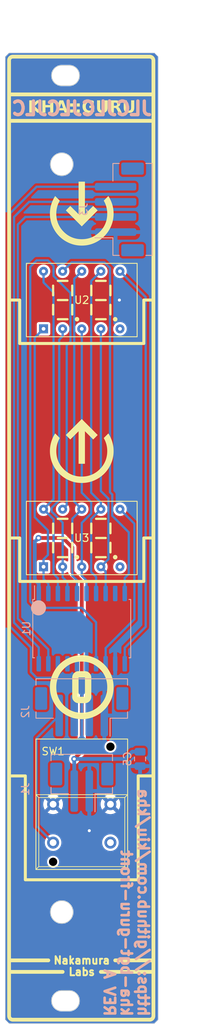
<source format=kicad_pcb>
(kicad_pcb (version 20221018) (generator pcbnew)
  (layers (0 "F.Cu" signal) (31 "B.Cu" signal) (34 "B.Paste" user) (35 "F.Paste" user) (36 "B.SilkS" user "B.Silkscreen") (37 "F.SilkS" user "F.Silkscreen") (38 "B.Mask" user) (39 "F.Mask" user) (44 "Edge.Cuts" user))
  (net 0 "")
  (net 1 "GND")
  (net 2 "CS")
  (net 3 "SCK")
  (net 4 "MOSI")
  (net 5 "+5V")
  (net 7 "S1")
  (net 8 "S2")
  (net 9 "S3")
  (net 10 "S4")
  (net 11 "S5")
  (net 12 "S6")
  (net 13 "S7")
  (net 14 "S8")
  (net 15 "G6")
  (net 16 "G5")
  (net 17 "G4")
  (net 18 "G3")
  (net 19 "G2")
  (net 20 "G1")
  (net 25 "Net-(J2-Pin_4)")
  (footprint "kiu-footprints:SLR028" (layer "F.Cu") (at 70 56.5)
    (fp_text reference "U2" (at 0 0) (layer "F.SilkS"))
    (fp_text value "Double Digit")
    (pad "1" thru_hole rect (at -5.08 3.81 90) (size 1.2 1.2) (drill 0.5) (layers "*.Cu" "*.Mask") (net 7 "S1"))
    (pad "2" thru_hole circle (at -2.54 3.81 90) (size 1.2 1.2) (drill 0.5) (layers "*.Cu" "*.Mask") (net 9 "S3"))
    (pad "3" thru_hole circle (at 0 3.81 90) (size 1.2 1.2) (drill 0.5) (layers "*.Cu" "*.Mask") (net 11 "S5"))
    (pad "4" thru_hole circle (at 2.54 3.81 90) (size 1.2 1.2) (drill 0.5) (layers "*.Cu" "*.Mask") (net 13 "S7"))
    (pad "5" thru_hole circle (at 5.08 3.81 90) (size 1.2 1.2) (drill 0.5) (layers "*.Cu" "*.Mask"))
    (pad "6" thru_hole circle (at 5.08 -3.81 90) (size 1.2 1.2) (drill 0.5) (layers "*.Cu" "*.Mask") (net 16 "G5"))
    (pad "7" thru_hole circle (at 2.54 -3.81 90) (size 1.2 1.2) (drill 0.5) (layers "*.Cu" "*.Mask") (net 12 "S6"))
    (pad "8" thru_hole circle (at 0 -3.81 90) (size 1.2 1.2) (drill 0.5) (layers "*.Cu" "*.Mask") (net 10 "S4"))
    (pad "9" thru_hole circle (at -2.54 -3.81 90) (size 1.2 1.2) (drill 0.5) (layers "*.Cu" "*.Mask") (net 15 "G6"))
    (pad "10" thru_hole circle (at -5.08 -3.81 90) (size 1.2 1.2) (drill 0.5) (layers "*.Cu" "*.Mask") (net 8 "S2"))
  )
  (footprint "kiu-footprints:SLR028" (layer "F.Cu") (at 70 88)
    (fp_text reference "U3" (at 0 0) (layer "F.SilkS"))
    (fp_text value "Double Digit")
    (pad "1" thru_hole rect (at -5.08 3.81 90) (size 1.2 1.2) (drill 0.5) (layers "*.Cu" "*.Mask") (net 7 "S1"))
    (pad "2" thru_hole circle (at -2.54 3.81 90) (size 1.2 1.2) (drill 0.5) (layers "*.Cu" "*.Mask") (net 9 "S3"))
    (pad "3" thru_hole circle (at 0 3.81 90) (size 1.2 1.2) (drill 0.5) (layers "*.Cu" "*.Mask") (net 11 "S5"))
    (pad "4" thru_hole circle (at 2.54 3.81 90) (size 1.2 1.2) (drill 0.5) (layers "*.Cu" "*.Mask") (net 13 "S7"))
    (pad "5" thru_hole circle (at 5.08 3.81 90) (size 1.2 1.2) (drill 0.5) (layers "*.Cu" "*.Mask"))
    (pad "6" thru_hole circle (at 5.08 -3.81 90) (size 1.2 1.2) (drill 0.5) (layers "*.Cu" "*.Mask") (net 17 "G4"))
    (pad "7" thru_hole circle (at 2.54 -3.81 90) (size 1.2 1.2) (drill 0.5) (layers "*.Cu" "*.Mask") (net 12 "S6"))
    (pad "8" thru_hole circle (at 0 -3.81 90) (size 1.2 1.2) (drill 0.5) (layers "*.Cu" "*.Mask") (net 10 "S4"))
    (pad "9" thru_hole circle (at -2.54 -3.81 90) (size 1.2 1.2) (drill 0.5) (layers "*.Cu" "*.Mask") (net 18 "G3"))
    (pad "10" thru_hole circle (at -5.08 -3.81 90) (size 1.2 1.2) (drill 0.5) (layers "*.Cu" "*.Mask") (net 8 "S2"))
  )
  (footprint "kiu-footprints:PB86" (layer "F.Cu") (at 66.19 123.25)
    (fp_text reference "SW1" (at 0 -7) (layer "F.SilkS"))
    (fp_text value "SW_SPDT")
    (pad "" np_thru_hole circle (at 0 7.62) (size 1.2 1.2) (drill 1.1) (layers "*.Mask"))
    (pad "" np_thru_hole circle (at 7.62 -7.62) (size 1.2 1.2) (drill 1.1) (layers "*.Mask"))
    (pad "1" thru_hole circle (at 7.62 5.08) (size 1.6 1.6) (drill 0.9) (layers "*.Cu" "*.Mask"))
    (pad "2" thru_hole circle (at 0 0) (size 1.6 1.6) (drill 0.9) (layers "*.Cu" "*.Mask") (net 1 "GND"))
    (pad "2" thru_hole circle (at 7.62 0) (size 1.6 1.6) (drill 0.9) (layers "*.Cu" "*.Mask") (net 1 "GND"))
    (pad "3" thru_hole circle (at 0 5.08) (size 1.6 1.6) (drill 0.9) (layers "*.Cu" "*.Mask") (net 25 "Net-(J2-Pin_4)"))
  )
  (footprint "Connector_JST:JST_PH_B4B-PH-SM4-TB_1x04-1MP_P2.00mm_Vertical" (layer "B.Cu") (at 70 111 180)
    (fp_text reference "J2" (at 7.5 0 90) (layer "B.SilkS") (effects (justify mirror)))
    (fp_text value "Conn_01x04")
    (pad "1" smd roundrect (at -3 -0.5 180) (size 1 5.5) (layers "B.Cu" "B.Paste" "B.Mask") (net 1 "GND"))
    (pad "2" smd roundrect (at -1 -0.5 180) (size 1 5.5) (layers "B.Cu" "B.Paste" "B.Mask"))
    (pad "3" smd roundrect (at 1 -0.5 180) (size 1 5.5) (layers "B.Cu" "B.Paste" "B.Mask"))
    (pad "4" smd roundrect (at 3 -0.5 180) (size 1 5.5) (layers "B.Cu" "B.Paste" "B.Mask") (net 25 "Net-(J2-Pin_4)"))
    (pad "MP" smd roundrect (at -5.4 1.75 180) (size 1.6 3) (layers "B.Cu" "B.Paste" "B.Mask") (roundrect_rratio 0.15625))
    (pad "MP" smd roundrect (at 5.4 1.75 180) (size 1.6 3) (layers "B.Cu" "B.Paste" "B.Mask") (roundrect_rratio 0.15625))
  )
  (footprint "Capacitor_SMD:C_0805_2012Metric" (layer "B.Cu") (at 77.75 117.25 -90)
    (fp_text reference "C5" (at 0 1.68 90) (layer "B.SilkS") (effects (justify mirror)))
    (fp_text value "100nF")
    (pad "1" smd roundrect (at -0.95 0 270) (size 1 1.45) (layers "B.Cu" "B.Paste" "B.Mask") (net 5 "+5V"))
    (pad "2" smd roundrect (at 0.95 0 270) (size 1 1.45) (layers "B.Cu" "B.Paste" "B.Mask") (net 1 "GND"))
  )
  (footprint "Package_SO:SOIC-20W_7.5x12.8mm_P1.27mm" (layer "B.Cu") (at 70 100 -90)
    (fp_text reference "U1" (at 0 7.35 90) (layer "B.SilkS") (effects (justify mirror)))
    (fp_text value "TM1620_[C19579]")
    (pad "1" smd roundrect (at -4.65 5.715 270) (size 2.05 0.6) (layers "B.Cu" "B.Paste" "B.Mask") (net 5 "+5V"))
    (pad "2" smd roundrect (at -4.65 4.445 270) (size 2.05 0.6) (layers "B.Cu" "B.Paste" "B.Mask") (net 7 "S1"))
    (pad "3" smd roundrect (at -4.65 3.175 270) (size 2.05 0.6) (layers "B.Cu" "B.Paste" "B.Mask") (net 8 "S2"))
    (pad "4" smd roundrect (at -4.65 1.905 270) (size 2.05 0.6) (layers "B.Cu" "B.Paste" "B.Mask") (net 9 "S3"))
    (pad "5" smd roundrect (at -4.65 0.635 270) (size 2.05 0.6) (layers "B.Cu" "B.Paste" "B.Mask") (net 10 "S4"))
    (pad "6" smd roundrect (at -4.65 -0.635 270) (size 2.05 0.6) (layers "B.Cu" "B.Paste" "B.Mask") (net 11 "S5"))
    (pad "7" smd roundrect (at -4.65 -1.905 270) (size 2.05 0.6) (layers "B.Cu" "B.Paste" "B.Mask") (net 12 "S6"))
    (pad "8" smd roundrect (at -4.65 -3.175 270) (size 2.05 0.6) (layers "B.Cu" "B.Paste" "B.Mask") (net 13 "S7"))
    (pad "9" smd roundrect (at -4.65 -4.445 270) (size 2.05 0.6) (layers "B.Cu" "B.Paste" "B.Mask") (net 14 "S8"))
    (pad "10" smd roundrect (at -4.65 -5.715 270) (size 2.05 0.6) (layers "B.Cu" "B.Paste" "B.Mask") (net 15 "G6"))
    (pad "11" smd roundrect (at 4.65 -5.715 270) (size 2.05 0.6) (layers "B.Cu" "B.Paste" "B.Mask") (net 16 "G5"))
    (pad "12" smd roundrect (at 4.65 -4.445 270) (size 2.05 0.6) (layers "B.Cu" "B.Paste" "B.Mask") (net 1 "GND"))
    (pad "13" smd roundrect (at 4.65 -3.175 270) (size 2.05 0.6) (layers "B.Cu" "B.Paste" "B.Mask") (net 17 "G4"))
    (pad "14" smd roundrect (at 4.65 -1.905 270) (size 2.05 0.6) (layers "B.Cu" "B.Paste" "B.Mask") (net 18 "G3"))
    (pad "15" smd roundrect (at 4.65 -0.635 270) (size 2.05 0.6) (layers "B.Cu" "B.Paste" "B.Mask") (net 1 "GND"))
    (pad "16" smd roundrect (at 4.65 0.635 270) (size 2.05 0.6) (layers "B.Cu" "B.Paste" "B.Mask") (net 19 "G2"))
    (pad "17" smd roundrect (at 4.65 1.905 270) (size 2.05 0.6) (layers "B.Cu" "B.Paste" "B.Mask") (net 20 "G1"))
    (pad "18" smd roundrect (at 4.65 3.175 270) (size 2.05 0.6) (layers "B.Cu" "B.Paste" "B.Mask") (net 4 "MOSI"))
    (pad "19" smd roundrect (at 4.65 4.445 270) (size 2.05 0.6) (layers "B.Cu" "B.Paste" "B.Mask") (net 3 "SCK"))
    (pad "20" smd roundrect (at 4.65 5.715 270) (size 2.05 0.6) (layers "B.Cu" "B.Paste" "B.Mask") (net 2 "CS"))
  )
  (footprint "Connector_JST:JST_PH_B4B-PH-SM4-TB_1x04-1MP_P2.00mm_Vertical" (layer "B.Cu") (at 75 44.5 90)
    (fp_text reference "J3" (at 0 -4.75 270) (layer "B.SilkS") (effects (justify mirror)))
    (fp_text value "Conn_01x04")
    (pad "1" smd roundrect (at -3 -0.5 90) (size 1 5.5) (layers "B.Cu" "B.Paste" "B.Mask") (net 1 "GND"))
    (pad "2" smd roundrect (at -1 -0.5 90) (size 1 5.5) (layers "B.Cu" "B.Paste" "B.Mask") (net 3 "SCK"))
    (pad "3" smd roundrect (at 1 -0.5 90) (size 1 5.5) (layers "B.Cu" "B.Paste" "B.Mask") (net 2 "CS"))
    (pad "4" smd roundrect (at 3 -0.5 90) (size 1 5.5) (layers "B.Cu" "B.Paste" "B.Mask") (net 4 "MOSI"))
    (pad "MP" smd roundrect (at -5.4 1.75 90) (size 1.6 3) (layers "B.Cu" "B.Paste" "B.Mask") (roundrect_rratio 0.15625))
    (pad "MP" smd roundrect (at 5.4 1.75 90) (size 1.6 3) (layers "B.Cu" "B.Paste" "B.Mask") (roundrect_rratio 0.15625))
  )
  (footprint "Connector_JST:JST_PH_B2B-PH-SM4-TB_1x02-1MP_P2.00mm_Vertical" (layer "B.Cu") (at 70 121 180)
    (fp_text reference "J1" (at 7.5 -0.25 90) (layer "B.SilkS") (effects (justify mirror)))
    (fp_text value "Conn_01x02")
    (pad "1" smd roundrect (at -1 -0.5 180) (size 1 5.5) (layers "B.Cu" "B.Paste" "B.Mask") (net 1 "GND"))
    (pad "2" smd roundrect (at 1 -0.5 180) (size 1 5.5) (layers "B.Cu" "B.Paste" "B.Mask") (net 5 "+5V"))
    (pad "MP" smd roundrect (at -3.4 1.75 180) (size 1.6 3) (layers "B.Cu" "B.Paste" "B.Mask") (roundrect_rratio 0.15625))
    (pad "MP" smd roundrect (at 3.4 1.75 180) (size 1.6 3) (layers "B.Cu" "B.Paste" "B.Mask") (roundrect_rratio 0.15625))
  )
  (gr_circle (center 64.25 97.25) (end 64.250001 97.25) (stroke (width 1)) (fill none) (layer "B.SilkS"))
  (gr_poly (pts (xy 70.466597 105.634305) (xy 70.509075 105.637219) (xy 70.550767 105.642077) (xy 70.591674 105.648877) (xy 70.631796 105.657621) (xy 70.671132 105.668308) (xy 70.709683 105.680937) (xy 70.747448 105.69551) (xy 70.784427 105.712026) (xy 70.820621 105.730485) (xy 70.85603 105.750887) (xy 70.890653 105.773232) (xy 70.924491 105.797519) (xy 70.957543 105.82375) (xy 70.98981 105.851924) (xy 71.021291 105.882041) (xy 71.051408 105.913523) (xy 71.079582 105.94579) (xy 71.105813 105.978842) (xy 71.130101 106.01268) (xy 71.152446 106.047303) (xy 71.172848 106.082711) (xy 71.191307 106.118906) (xy 71.207823 106.155885) (xy 71.222395 106.19365) (xy 71.235025 106.232201) (xy 71.245712 106.271537) (xy 71.254455 106.311659) (xy 71.261256 106.352566) (xy 71.266114 106.394258) (xy 71.269028 106.436736) (xy 71.27 106.48) (xy 71.27 109.02) (xy 71.269028 109.063263) (xy 71.266114 109.105741) (xy 71.261256 109.147434) (xy 71.254455 109.188341) (xy 71.245712 109.228463) (xy 71.235025 109.267799) (xy 71.222395 109.306349) (xy 71.207823 109.344115) (xy 71.191307 109.381094) (xy 71.172848 109.417289) (xy 71.152446 109.452697) (xy 71.130101 109.487321) (xy 71.105813 109.521158) (xy 71.079582 109.55421) (xy 71.051408 109.586477) (xy 71.021291 109.617958) (xy 70.98981 109.648075) (xy 70.957543 109.676249) (xy 70.924491 109.70248) (xy 70.890653 109.726768) (xy 70.85603 109.749113) (xy 70.820621 109.769515) (xy 70.784427 109.787974) (xy 70.747448 109.804489) (xy 70.709683 109.819062) (xy 70.671132 109.831692) (xy 70.631796 109.842379) (xy 70.591674 109.851122) (xy 70.550767 109.857923) (xy 70.509075 109.862781) (xy 70.466597 109.865695) (xy 70.423333 109.866667) (xy 69.576667 109.866667) (xy 69.533403 109.865695) (xy 69.490925 109.862781) (xy 69.449232 109.857923) (xy 69.408325 109.851122) (xy 69.368204 109.842379) (xy 69.328868 109.831692) (xy 69.290317 109.819062) (xy 69.252552 109.804489) (xy 69.215572 109.787974) (xy 69.179378 109.769515) (xy 69.143969 109.749113) (xy 69.109346 109.726768) (xy 69.075508 109.70248) (xy 69.042456 109.676249) (xy 69.010189 109.648075) (xy 68.978708 109.617958) (xy 68.948591 109.586477) (xy 68.920417 109.55421) (xy 68.894186 109.521158) (xy 68.869898 109.487321) (xy 68.847553 109.452697) (xy 68.827152 109.417289) (xy 68.808693 109.381094) (xy 68.792177 109.344115) (xy 68.777604 109.306349) (xy 68.764974 109.267799) (xy 68.754288 109.228463) (xy 68.745544 109.188341) (xy 68.738744 109.147434) (xy 68.733886 109.105741) (xy 68.730971 109.063263) (xy 68.73 109.02) (xy 68.73 106.48) (xy 69.576667 106.48) (xy 69.576667 109.02) (xy 70.423333 109.02) (xy 70.423333 106.48) (xy 69.576667 106.48) (xy 68.73 106.48) (xy 68.730971 106.436736) (xy 68.733886 106.394258) (xy 68.738744 106.352566) (xy 68.745544 106.311659) (xy 68.754288 106.271537) (xy 68.764974 106.232201) (xy 68.777604 106.19365) (xy 68.792177 106.155885) (xy 68.808693 106.118906) (xy 68.827152 106.082711) (xy 68.847553 106.047303) (xy 68.869898 106.01268) (xy 68.894186 105.978842) (xy 68.920417 105.94579) (xy 68.948591 105.913523) (xy 68.978708 105.882041) (xy 69.010189 105.851924) (xy 69.042456 105.82375) (xy 69.075508 105.797519) (xy 69.109346 105.773232) (xy 69.143969 105.750887) (xy 69.179378 105.730485) (xy 69.215572 105.712026) (xy 69.252552 105.69551) (xy 69.290317 105.680937) (xy 69.328868 105.668308) (xy 69.368204 105.657621) (xy 69.408325 105.648877) (xy 69.449232 105.642077) (xy 69.490925 105.637219) (xy 69.533403 105.634305) (xy 69.576667 105.633333) (xy 70.423333 105.633333)) (fill solid) (layer "F.SilkS"))
  (gr_line (start 78.25 56.5) (end 78.25 62.25) (stroke (width 0.4)) (layer "F.SilkS"))
  (gr_line (start 77.5 119.5) (end 77.5 133.25) (stroke (width 0.4)) (layer "F.SilkS"))
  (gr_line (start 79.5 88) (end 78.25 88) (stroke (width 0.4)) (layer "F.SilkS"))
  (gr_arc (start 79.525 151.275001) (mid 79.378553 151.628554) (end 79.025 151.775001) (stroke (width 0.5)) (layer "F.SilkS"))
  (gr_line (start 67.46 145.441) (end 60.348 145.441) (stroke (width 0.5)) (layer "F.SilkS"))
  (gr_line (start 61.75 88) (end 61.75 93.75) (stroke (width 0.4)) (layer "F.SilkS"))
  (gr_line (start 65.555 143.917) (end 60.348 143.917) (stroke (width 0.5)) (layer "F.SilkS"))
  (gr_line (start 79.525 24.774999) (end 79.525 151.275001) (stroke (width 0.5)) (layer "F.SilkS"))
  (gr_poly (pts (xy 67.883333 44.633333) (xy 68.476 44.040666) (xy 69.576667 45.130749) (xy 69.576667 40.823333) (xy 70.423333 40.823333) (xy 70.423333 45.130749) (xy 71.524 44.040666) (xy 72.116667 44.633333) (xy 70 46.75)) (fill solid) (layer "F.SilkS"))
  (gr_line (start 79.525 143.917) (end 74.445 143.917) (stroke (width 0.5)) (layer "F.SilkS"))
  (gr_line (start 79.5 56.5) (end 78.25 56.5) (stroke (width 0.4)) (layer "F.SilkS"))
  (gr_line (start 78.25 88) (end 78.25 93.75) (stroke (width 0.4)) (layer "F.SilkS"))
  (gr_poly (pts (xy 69.576667 73.86925) (xy 68.476 74.959333) (xy 67.883333 74.366666) (xy 70 72.25) (xy 72.116667 74.366666) (xy 71.524 74.959333) (xy 70.423333 73.86925) (xy 70.423333 78.176667) (xy 69.576667 78.176667)) (fill solid) (layer "F.SilkS"))
  (gr_arc (start 60.340001 24.774999) (mid 60.486448 24.421447) (end 60.84 24.275) (stroke (width 0.5)) (layer "F.SilkS"))
  (gr_line (start 79.5 119.5) (end 77.5 119.5) (stroke (width 0.4)) (layer "F.SilkS"))
  (gr_line (start 78.25 62.25) (end 61.75 62.25) (stroke (width 0.4)) (layer "F.SilkS"))
  (gr_line (start 60.34 151.275) (end 60.34 24.775) (stroke (width 0.5)) (layer "F.SilkS"))
  (gr_line (start 77.5 133.25) (end 62.5 133.25) (stroke (width 0.4)) (layer "F.SilkS"))
  (gr_line (start 78.25 93.75) (end 61.75 93.75) (stroke (width 0.4)) (layer "F.SilkS"))
  (gr_poly (pts (xy 69.890611 49.288697) (xy 69.78205 49.28479) (xy 69.674315 49.278279) (xy 69.567407 49.269163) (xy 69.461325 49.257443) (xy 69.356071 49.243119) (xy 69.251643 49.226189) (xy 69.148042 49.206656) (xy 69.045268 49.184517) (xy 68.943321 49.159775) (xy 68.8422 49.132428) (xy 68.741907 49.102476) (xy 68.64244 49.06992) (xy 68.5438 49.034759) (xy 68.445987 48.996994) (xy 68.349 48.956624) (xy 68.253213 48.914022) (xy 68.158996 48.86956) (xy 68.066351 48.823237) (xy 67.975276 48.775054) (xy 67.885773 48.725011) (xy 67.79784 48.673107) (xy 67.711478 48.619343) (xy 67.626688 48.563718) (xy 67.543468 48.506233) (xy 67.461819 48.446888) (xy 67.381741 48.385683) (xy 67.303234 48.322617) (xy 67.226299 48.25769) (xy 67.150934 48.190904) (xy 67.07714 48.122257) (xy 67.004917 48.05175) (xy 66.93441 47.979527) (xy 66.865763 47.905733) (xy 66.798976 47.830368) (xy 66.73405 47.753432) (xy 66.670984 47.674925) (xy 66.609778 47.594847) (xy 66.550433 47.513198) (xy 66.492948 47.429979) (xy 66.437324 47.345188) (xy 66.38356 47.258826) (xy 66.331656 47.170894) (xy 66.281612 47.08139) (xy 66.233429 46.990316) (xy 66.187106 46.89767) (xy 66.142644 46.803454) (xy 66.100042 46.707666) (xy 66.059672 46.61068) (xy 66.021907 46.512867) (xy 65.986746 46.414227) (xy 65.95419 46.31476) (xy 65.924239 46.214466) (xy 65.896892 46.113346) (xy 65.872149 46.011398) (xy 65.850011 45.908624) (xy 65.830477 45.805023) (xy 65.813548 45.700596) (xy 65.799223 45.595341) (xy 65.787503 45.48926) (xy 65.778387 45.382352) (xy 65.771876 45.274617) (xy 65.767969 45.166055) (xy 65.766667 45.056666) (xy 65.769478 44.901058) (xy 65.777912 44.746442) (xy 65.791968 44.592818) (xy 65.811646 44.440187) (xy 65.836947 44.288548) (xy 65.86787 44.137901) (xy 65.904416 43.988246) (xy 65.946584 43.839583) (xy 65.994044 43.692574) (xy 66.046464 43.54788) (xy 66.103845 43.405501) (xy 66.166188 43.265437) (xy 66.233491 43.127688) (xy 66.305756 42.992255) (xy 66.382981 42.859136) (xy 66.465167 42.728333) (xy 67.079001 43.342166) (xy 67.022611 43.440723) (xy 66.96986 43.540603) (xy 66.920747 43.641806) (xy 66.875271 43.744332) (xy 66.833434 43.848181) (xy 66.795235 43.953353) (xy 66.760674 44.059848) (xy 66.729751 44.167666) (xy 66.702465 44.276476) (xy 66.678818 44.385948) (xy 66.658809 44.496081) (xy 66.642438 44.606875) (xy 66.629705 44.71833) (xy 66.62061 44.830448) (xy 66.615153 44.943226) (xy 66.613334 45.056666) (xy 66.617178 45.232242) (xy 66.628712 45.404428) (xy 66.647936 45.573224) (xy 66.674849 45.73863) (xy 66.709452 45.900646) (xy 66.751744 46.059272) (xy 66.801725 46.214508) (xy 66.859396 46.366354) (xy 66.924756 46.51481) (xy 66.997806 46.659876) (xy 67.078545 46.801552) (xy 67.166974 46.939838) (xy 67.263092 47.074734) (xy 67.3669 47.20624) (xy 67.478397 47.334356) (xy 67.597583 47.459083) (xy 67.72231 47.578269) (xy 67.850426 47.689766) (xy 67.981932 47.793574) (xy 68.116828 47.889692) (xy 68.255115 47.978121) (xy 68.396791 48.05886) (xy 68.541857 48.13191) (xy 68.690313 48.19727) (xy 68.842159 48.254941) (xy 68.997395 48.304923) (xy 69.156021 48.347215) (xy 69.318037 48.381817) (xy 69.483443 48.40873) (xy 69.652238 48.427954) (xy 69.824424 48.439488) (xy 70 48.443333) (xy 70.175576 48.439488) (xy 70.347762 48.427954) (xy 70.516558 48.40873) (xy 70.681964 48.381817) (xy 70.84398 48.347215) (xy 71.002606 48.304923) (xy 71.157842 48.254941) (xy 71.309688 48.19727) (xy 71.458144 48.13191) (xy 71.60321 48.05886) (xy 71.744886 47.978121) (xy 71.883172 47.889692) (xy 72.018068 47.793574) (xy 72.149574 47.689766) (xy 72.27769 47.578269) (xy 72.402417 47.459083) (xy 72.521603 47.334356) (xy 72.6331 47.20624) (xy 72.736908 47.074734) (xy 72.833026 46.939838) (xy 72.921455 46.801552) (xy 73.002194 46.659876) (xy 73.075244 46.51481) (xy 73.140604 46.366354) (xy 73.198275 46.214508) (xy 73.248257 46.059272) (xy 73.290549 45.900646) (xy 73.325151 45.73863) (xy 73.352064 45.573224) (xy 73.371288 45.404428) (xy 73.382822 45.232242) (xy 73.386667 45.056666) (xy 73.384848 44.943226) (xy 73.379391 44.830448) (xy 73.370296 44.71833) (xy 73.357563 44.606875) (xy 73.341191 44.496081) (xy 73.321182 44.385948) (xy 73.297535 44.276476) (xy 73.27025 44.167666) (xy 73.239327 44.059848) (xy 73.204766 43.953353) (xy 73.166567 43.848181) (xy 73.124729 43.744332) (xy 73.079254 43.641806) (xy 73.030141 43.540603) (xy 72.977389 43.440723) (xy 72.921 43.342166) (xy 73.534833 42.728333) (xy 73.61702 42.859136) (xy 73.694245 42.992255) (xy 73.766509 43.127688) (xy 73.833813 43.265437) (xy 73.896155 43.405501) (xy 73.953536 43.54788) (xy 74.005957 43.692574) (xy 74.053417 43.839583) (xy 74.095585 43.988246) (xy 74.13213 44.137901) (xy 74.163053 44.288548) (xy 74.188354 44.440187) (xy 74.208033 44.592818) (xy 74.222089 44.746442) (xy 74.230522 44.901058) (xy 74.233333 45.056666) (xy 74.232031 45.166055) (xy 74.228124 45.274617) (xy 74.221613 45.382352) (xy 74.212497 45.48926) (xy 74.200777 45.595341) (xy 74.186453 45.700596) (xy 74.169523 45.805023) (xy 74.14999 45.908624) (xy 74.127851 46.011398) (xy 74.103109 46.113346) (xy 74.075762 46.214466) (xy 74.04581 46.31476) (xy 74.013254 46.414227) (xy 73.978093 46.512867) (xy 73.940328 46.61068) (xy 73.899958 46.707666) (xy 73.857356 46.803454) (xy 73.812894 46.89767) (xy 73.766571 46.990316) (xy 73.718388 47.08139) (xy 73.668345 47.170894) (xy 73.616441 47.258826) (xy 73.562677 47.345188) (xy 73.507052 47.429979) (xy 73.449567 47.513198) (xy 73.390222 47.594847) (xy 73.329017 47.674925) (xy 73.265951 47.753432) (xy 73.201024 47.830368) (xy 73.134238 47.905733) (xy 73.065591 47.979527) (xy 72.995084 48.05175) (xy 72.922861 48.122257) (xy 72.849067 48.190904) (xy 72.773702 48.25769) (xy 72.696766 48.322617) (xy 72.618259 48.385683) (xy 72.538181 48.446888) (xy 72.456532 48.506233) (xy 72.373313 48.563718) (xy 72.288522 48.619343) (xy 72.20216 48.673107) (xy 72.114228 48.725011) (xy 72.024724 48.775054) (xy 71.93365 48.823237) (xy 71.841004 48.86956) (xy 71.746788 48.914022) (xy 71.651 48.956624) (xy 71.554014 48.996994) (xy 71.456201 49.034759) (xy 71.357561 49.06992) (xy 71.258094 49.102476) (xy 71.1578 49.132428) (xy 71.05668 49.159775) (xy 70.954733 49.184517) (xy 70.851959 49.206656) (xy 70.748358 49.226189) (xy 70.64393 49.243119) (xy 70.538675 49.257443) (xy 70.432594 49.269163) (xy 70.325686 49.278279) (xy 70.217951 49.28479) (xy 70.109389 49.288697) (xy 70 49.289999)) (fill solid) (layer "F.SilkS"))
  (gr_line (start 62.5 119.5) (end 60.5 119.5) (stroke (width 0.4)) (layer "F.SilkS"))
  (gr_line (start 61.75 56.5) (end 60.5 56.5) (stroke (width 0.4)) (layer "F.SilkS"))
  (gr_arc (start 79.025 24.274999) (mid 79.378553 24.421446) (end 79.525 24.774999) (stroke (width 0.5)) (layer "F.SilkS"))
  (gr_line (start 60.84 24.275) (end 79.025 24.274999) (stroke (width 0.5)) (layer "F.SilkS"))
  (gr_line (start 61.75 56.5) (end 61.75 62.25) (stroke (width 0.4)) (layer "F.SilkS"))
  (gr_poly (pts (xy 70.109389 103.517969) (xy 70.21795 103.521876) (xy 70.325685 103.528387) (xy 70.432593 103.537503) (xy 70.538675 103.549223) (xy 70.643929 103.563547) (xy 70.748357 103.580477) (xy 70.851958 103.60001) (xy 70.954732 103.622149) (xy 71.056679 103.646891) (xy 71.1578 103.674238) (xy 71.258093 103.70419) (xy 71.35756 103.736746) (xy 71.4562 103.771907) (xy 71.554013 103.809672) (xy 71.651 103.850042) (xy 71.746787 103.892644) (xy 71.841004 103.937106) (xy 71.933649 103.983429) (xy 72.024724 104.031612) (xy 72.114227 104.081655) (xy 72.20216 104.133559) (xy 72.288522 104.187323) (xy 72.373312 104.242948) (xy 72.456532 104.300433) (xy 72.538181 104.359778) (xy 72.618259 104.420983) (xy 72.696766 104.484049) (xy 72.773701 104.548976) (xy 72.849066 104.615762) (xy 72.92286 104.684409) (xy 72.995083 104.754916) (xy 73.06559 104.827139) (xy 73.134237 104.900933) (xy 73.201024 104.976298) (xy 73.26595 105.053234) (xy 73.329016 105.131741) (xy 73.390222 105.211819) (xy 73.449567 105.293468) (xy 73.507052 105.376687) (xy 73.562676 105.461478) (xy 73.61644 105.54784) (xy 73.668344 105.635772) (xy 73.718388 105.725276) (xy 73.766571 105.81635) (xy 73.812894 105.908996) (xy 73.857356 106.003212) (xy 73.899958 106.099) (xy 73.940328 106.195986) (xy 73.978093 106.293799) (xy 74.013254 106.392439) (xy 74.04581 106.491906) (xy 74.075761 106.5922) (xy 74.103108 106.69332) (xy 74.127851 106.795268) (xy 74.149989 106.898042) (xy 74.169523 107.001643) (xy 74.186452 107.10607) (xy 74.200777 107.211325) (xy 74.212497 107.317406) (xy 74.221613 107.424314) (xy 74.228124 107.532049) (xy 74.232031 107.640611) (xy 74.233333 107.75) (xy 74.232031 107.859389) (xy 74.228124 107.967951) (xy 74.221613 108.075686) (xy 74.212497 108.182594) (xy 74.200777 108.288675) (xy 74.186452 108.39393) (xy 74.169523 108.498358) (xy 74.149989 108.601958) (xy 74.127851 108.704733) (xy 74.103108 108.80668) (xy 74.075761 108.9078) (xy 74.04581 109.008094) (xy 74.013254 109.107561) (xy 73.978093 109.2062) (xy 73.940328 109.304014) (xy 73.899958 109.401) (xy 73.857356 109.496787) (xy 73.812894 109.591004) (xy 73.766571 109.683649) (xy 73.718388 109.774724) (xy 73.668344 109.864227) (xy 73.61644 109.95216) (xy 73.562676 110.038521) (xy 73.507052 110.123312) (xy 73.449567 110.206532) (xy 73.390222 110.288181) (xy 73.329016 110.368259) (xy 73.26595 110.446765) (xy 73.201024 110.523701) (xy 73.134237 110.599066) (xy 73.06559 110.67286) (xy 72.995083 110.745083) (xy 72.92286 110.81559) (xy 72.849066 110.884237) (xy 72.773701 110.951024) (xy 72.696766 111.01595) (xy 72.618259 111.079016) (xy 72.538181 111.140222) (xy 72.456532 111.199567) (xy 72.373312 111.257052) (xy 72.288522 111.312676) (xy 72.20216 111.36644) (xy 72.114227 111.418344) (xy 72.024724 111.468388) (xy 71.933649 111.516571) (xy 71.841004 111.562894) (xy 71.746787 111.607356) (xy 71.651 111.649958) (xy 71.554013 111.690328) (xy 71.4562 111.728093) (xy 71.35756 111.763254) (xy 71.258093 111.79581) (xy 71.1578 111.825761) (xy 71.056679 111.853108) (xy 70.954732 111.877851) (xy 70.851958 111.899989) (xy 70.748357 111.919523) (xy 70.643929 111.936452) (xy 70.538675 111.950777) (xy 70.432593 111.962497) (xy 70.325685 111.971613) (xy 70.21795 111.978124) (xy 70.109389 111.982031) (xy 70 111.983333) (xy 69.890611 111.982031) (xy 69.782049 111.978124) (xy 69.674314 111.971613) (xy 69.567406 111.962497) (xy 69.461325 111.950777) (xy 69.35607 111.936452) (xy 69.251642 111.919523) (xy 69.148041 111.899989) (xy 69.045267 111.877851) (xy 68.94332 111.853108) (xy 68.8422 111.825761) (xy 68.741906 111.79581) (xy 68.642439 111.763254) (xy 68.543799 111.728093) (xy 68.445986 111.690328) (xy 68.349 111.649958) (xy 68.253212 111.607356) (xy 68.158996 111.562894) (xy 68.06635 111.516571) (xy 67.975276 111.468388) (xy 67.885772 111.418344) (xy 67.79784 111.36644) (xy 67.711478 111.312676) (xy 67.626687 111.257052) (xy 67.543468 111.199567) (xy 67.461819 111.140222) (xy 67.381741 111.079016) (xy 67.303234 111.01595) (xy 67.226298 110.951024) (xy 67.150933 110.884237) (xy 67.077139 110.81559) (xy 67.004916 110.745083) (xy 66.934409 110.67286) (xy 66.865762 110.599066) (xy 66.798976 110.523701) (xy 66.734049 110.446765) (xy 66.670983 110.368259) (xy 66.609778 110.288181) (xy 66.550433 110.206532) (xy 66.492948 110.123312) (xy 66.437323 110.038521) (xy 66.383559 109.95216) (xy 66.331655 109.864227) (xy 66.281612 109.774724) (xy 66.233429 109.683649) (xy 66.187106 109.591004) (xy 66.142644 109.496787) (xy 66.100042 109.401) (xy 66.059672 109.304014) (xy 66.021907 109.2062) (xy 65.986746 109.107561) (xy 65.95419 109.008094) (xy 65.924238 108.9078) (xy 65.896891 108.80668) (xy 65.872149 108.704733) (xy 65.85001 108.601958) (xy 65.830477 108.498358) (xy 65.813547 108.39393) (xy 65.799223 108.288675) (xy 65.787503 108.182594) (xy 65.778387 108.075686) (xy 65.771876 107.967951) (xy 65.767969 107.859389) (xy 65.766667 107.75) (xy 66.613333 107.75) (xy 66.617178 107.925576) (xy 66.628712 108.097762) (xy 66.647936 108.266558) (xy 66.674849 108.431964) (xy 66.709451 108.59398) (xy 66.751743 108.752606) (xy 66.801725 108.907841) (xy 66.859396 109.059687) (xy 66.924756 109.208144) (xy 66.997806 109.35321) (xy 67.078545 109.494886) (xy 67.166974 109.633172) (xy 67.263092 109.768068) (xy 67.3669 109.899574) (xy 67.478397 110.02769) (xy 67.597583 110.152417) (xy 67.72231 110.271603) (xy 67.850426 110.3831) (xy 67.981932 110.486908) (xy 68.116828 110.583026) (xy 68.255114 110.671455) (xy 68.39679 110.752194) (xy 68.541856 110.825244) (xy 68.690312 110.890604) (xy 68.842158 110.948275) (xy 68.997394 110.998256) (xy 69.15602 111.040548) (xy 69.318036 111.075151) (xy 69.483442 111.102064) (xy 69.652238 111.121288) (xy 69.824424 111.132822) (xy 70 111.136666) (xy 70.175576 111.132822) (xy 70.347762 111.121288) (xy 70.516557 111.102064) (xy 70.681963 111.075151) (xy 70.843979 111.040548) (xy 71.002605 110.998256) (xy 71.157841 110.948275) (xy 71.309687 110.890604) (xy 71.458143 110.825244) (xy 71.603209 110.752194) (xy 71.744885 110.671455) (xy 71.883172 110.583026) (xy 72.018068 110.486908) (xy 72.149574 110.3831) (xy 72.27769 110.271603) (xy 72.402417 110.152417) (xy 72.521603 110.02769) (xy 72.6331 109.899574) (xy 72.736908 109.768068) (xy 72.833026 109.633172) (xy 72.921455 109.494886) (xy 73.002194 109.35321) (xy 73.075244 109.208144) (xy 73.140604 109.059687) (xy 73.198275 108.907841) (xy 73.248256 108.752606) (xy 73.290548 108.59398) (xy 73.325151 108.431964) (xy 73.352064 108.266558) (xy 73.371288 108.097762) (xy 73.382822 107.925576) (xy 73.386666 107.75) (xy 73.382822 107.574424) (xy 73.371288 107.402238) (xy 73.352064 107.233442) (xy 73.325151 107.068036) (xy 73.290548 106.90602) (xy 73.248256 106.747394) (xy 73.198275 106.592158) (xy 73.140604 106.440312) (xy 73.075244 106.291856) (xy 73.002194 106.14679) (xy 72.921455 106.005114) (xy 72.833026 105.866828) (xy 72.736908 105.731932) (xy 72.6331 105.600426) (xy 72.521603 105.47231) (xy 72.402417 105.347583) (xy 72.27769 105.228397) (xy 72.149574 105.1169) (xy 72.018068 105.013092) (xy 71.883172 104.916974) (xy 71.744885 104.828545) (xy 71.603209 104.747806) (xy 71.458143 104.674756) (xy 71.309687 104.609396) (xy 71.157841 104.551725) (xy 71.002605 104.501743) (xy 70.843979 104.459451) (xy 70.681963 104.424849) (xy 70.516557 104.397936) (xy 70.347762 104.378712) (xy 70.175576 104.367178) (xy 70 104.363333) (xy 69.824424 104.367178) (xy 69.652238 104.378712) (xy 69.483442 104.397936) (xy 69.318036 104.424849) (xy 69.15602 104.459451) (xy 68.997394 104.501743) (xy 68.842158 104.551725) (xy 68.690312 104.609396) (xy 68.541856 104.674756) (xy 68.39679 104.747806) (xy 68.255114 104.828545) (xy 68.116828 104.916974) (xy 67.981932 105.013092) (xy 67.850426 105.1169) (xy 67.72231 105.228397) (xy 67.597583 105.347583) (xy 67.478397 105.47231) (xy 67.3669 105.600426) (xy 67.263092 105.731932) (xy 67.166974 105.866828) (xy 67.078545 106.005114) (xy 66.997806 106.14679) (xy 66.924756 106.291856) (xy 66.859396 106.440312) (xy 66.801725 106.592158) (xy 66.751743 106.747394) (xy 66.709451 106.90602) (xy 66.674849 107.068036) (xy 66.647936 107.233442) (xy 66.628712 107.402238) (xy 66.617178 107.574424) (xy 66.613333 107.75) (xy 65.766667 107.75) (xy 65.767969 107.640611) (xy 65.771876 107.532049) (xy 65.778387 107.424314) (xy 65.787503 107.317406) (xy 65.799223 107.211325) (xy 65.813547 107.10607) (xy 65.830477 107.001643) (xy 65.85001 106.898042) (xy 65.872149 106.795268) (xy 65.896891 106.69332) (xy 65.924238 106.5922) (xy 65.95419 106.491906) (xy 65.986746 106.392439) (xy 66.021907 106.293799) (xy 66.059672 106.195986) (xy 66.100042 106.099) (xy 66.142644 106.003212) (xy 66.187106 105.908996) (xy 66.233429 105.81635) (xy 66.281612 105.725276) (xy 66.331655 105.635772) (xy 66.383559 105.54784) (xy 66.437323 105.461478) (xy 66.492948 105.376687) (xy 66.550433 105.293468) (xy 66.609778 105.211819) (xy 66.670983 105.131741) (xy 66.734049 105.053234) (xy 66.798976 104.976298) (xy 66.865762 104.900933) (xy 66.934409 104.827139) (xy 67.004916 104.754916) (xy 67.077139 104.684409) (xy 67.150933 104.615762) (xy 67.226298 104.548976) (xy 67.303234 104.484049) (xy 67.381741 104.420983) (xy 67.461819 104.359778) (xy 67.543468 104.300433) (xy 67.626687 104.242948) (xy 67.711478 104.187323) (xy 67.79784 104.133559) (xy 67.885772 104.081655) (xy 67.975276 104.031612) (xy 68.06635 103.983429) (xy 68.158996 103.937106) (xy 68.253212 103.892644) (xy 68.349 103.850042) (xy 68.445986 103.809672) (xy 68.543799 103.771907) (xy 68.642439 103.736746) (xy 68.741906 103.70419) (xy 68.8422 103.674238) (xy 68.94332 103.646891) (xy 69.045267 103.622149) (xy 69.148041 103.60001) (xy 69.251642 103.580477) (xy 69.35607 103.563547) (xy 69.461325 103.549223) (xy 69.567406 103.537503) (xy 69.674314 103.528387) (xy 69.782049 103.521876) (xy 69.890611 103.517969) (xy 70 103.516667)) (fill solid) (layer "F.SilkS"))
  (gr_line (start 79.025 151.775001) (end 60.84 151.775) (stroke (width 0.5)) (layer "F.SilkS"))
  (gr_line (start 62.5 119.5) (end 62.5 133.25) (stroke (width 0.4)) (layer "F.SilkS"))
  (gr_poly (pts (xy 69.890611 80.715364) (xy 69.78205 80.711457) (xy 69.674315 80.704946) (xy 69.567407 80.69583) (xy 69.461325 80.68411) (xy 69.356071 80.669786) (xy 69.251643 80.652856) (xy 69.148042 80.633323) (xy 69.045268 80.611184) (xy 68.943321 80.586442) (xy 68.8422 80.559095) (xy 68.741907 80.529143) (xy 68.64244 80.496587) (xy 68.5438 80.461426) (xy 68.445987 80.423661) (xy 68.349 80.383291) (xy 68.253213 80.340689) (xy 68.158996 80.296227) (xy 68.066351 80.249904) (xy 67.975276 80.201721) (xy 67.885773 80.151678) (xy 67.79784 80.099774) (xy 67.711478 80.04601) (xy 67.626688 79.990385) (xy 67.543468 79.9329) (xy 67.461819 79.873555) (xy 67.381741 79.81235) (xy 67.303234 79.749284) (xy 67.226299 79.684357) (xy 67.150934 79.617571) (xy 67.07714 79.548924) (xy 67.004917 79.478417) (xy 66.93441 79.406194) (xy 66.865763 79.3324) (xy 66.798976 79.257035) (xy 66.73405 79.180099) (xy 66.670984 79.101592) (xy 66.609778 79.021514) (xy 66.550433 78.939865) (xy 66.492948 78.856646) (xy 66.437324 78.771855) (xy 66.38356 78.685493) (xy 66.331656 78.597561) (xy 66.281612 78.508057) (xy 66.233429 78.416983) (xy 66.187106 78.324337) (xy 66.142644 78.230121) (xy 66.100042 78.134333) (xy 66.059672 78.037347) (xy 66.021907 77.939534) (xy 65.986746 77.840894) (xy 65.95419 77.741427) (xy 65.924239 77.641133) (xy 65.896892 77.540013) (xy 65.872149 77.438065) (xy 65.850011 77.335291) (xy 65.830477 77.23169) (xy 65.813548 77.127263) (xy 65.799223 77.022008) (xy 65.787503 76.915927) (xy 65.778387 76.809019) (xy 65.771876 76.701284) (xy 65.767969 76.592722) (xy 65.766667 76.483333) (xy 65.769478 76.327725) (xy 65.777912 76.173109) (xy 65.791968 76.019485) (xy 65.811646 75.866854) (xy 65.836947 75.715215) (xy 65.86787 75.564568) (xy 65.904416 75.414913) (xy 65.946584 75.26625) (xy 65.994044 75.119241) (xy 66.046464 74.974547) (xy 66.103845 74.832168) (xy 66.166188 74.692104) (xy 66.233491 74.554355) (xy 66.305756 74.418922) (xy 66.382981 74.285803) (xy 66.465167 74.155) (xy 67.079001 74.768833) (xy 67.022611 74.86739) (xy 66.96986 74.96727) (xy 66.920747 75.068473) (xy 66.875271 75.170999) (xy 66.833434 75.274848) (xy 66.795235 75.38002) (xy 66.760674 75.486515) (xy 66.729751 75.594333) (xy 66.702465 75.703143) (xy 66.678818 75.812615) (xy 66.658809 75.922748) (xy 66.642438 76.033542) (xy 66.629705 76.144997) (xy 66.62061 76.257115) (xy 66.615153 76.369893) (xy 66.613334 76.483333) (xy 66.617178 76.658909) (xy 66.628712 76.831095) (xy 66.647936 76.999891) (xy 66.674849 77.165297) (xy 66.709452 77.327313) (xy 66.751744 77.485939) (xy 66.801725 77.641175) (xy 66.859396 77.793021) (xy 66.924756 77.941477) (xy 66.997806 78.086543) (xy 67.078545 78.228219) (xy 67.166974 78.366505) (xy 67.263092 78.501401) (xy 67.3669 78.632907) (xy 67.478397 78.761023) (xy 67.597583 78.88575) (xy 67.72231 79.004936) (xy 67.850426 79.116433) (xy 67.981932 79.220241) (xy 68.116828 79.316359) (xy 68.255115 79.404788) (xy 68.396791 79.485527) (xy 68.541857 79.558577) (xy 68.690313 79.623937) (xy 68.842159 79.681608) (xy 68.997395 79.73159) (xy 69.156021 79.773882) (xy 69.318037 79.808484) (xy 69.483443 79.835397) (xy 69.652238 79.854621) (xy 69.824424 79.866155) (xy 70 79.87) (xy 70.175576 79.866155) (xy 70.347762 79.854621) (xy 70.516558 79.835397) (xy 70.681964 79.808484) (xy 70.84398 79.773882) (xy 71.002606 79.73159) (xy 71.157842 79.681608) (xy 71.309688 79.623937) (xy 71.458144 79.558577) (xy 71.60321 79.485527) (xy 71.744886 79.404788) (xy 71.883172 79.316359) (xy 72.018068 79.220241) (xy 72.149574 79.116433) (xy 72.27769 79.004936) (xy 72.402417 78.88575) (xy 72.521603 78.761023) (xy 72.6331 78.632907) (xy 72.736908 78.501401) (xy 72.833026 78.366505) (xy 72.921455 78.228219) (xy 73.002194 78.086543) (xy 73.075244 77.941477) (xy 73.140604 77.793021) (xy 73.198275 77.641175) (xy 73.248257 77.485939) (xy 73.290549 77.327313) (xy 73.325151 77.165297) (xy 73.352064 76.999891) (xy 73.371288 76.831095) (xy 73.382822 76.658909) (xy 73.386667 76.483333) (xy 73.384848 76.369893) (xy 73.379391 76.257115) (xy 73.370296 76.144997) (xy 73.357563 76.033542) (xy 73.341191 75.922748) (xy 73.321182 75.812615) (xy 73.297535 75.703143) (xy 73.27025 75.594333) (xy 73.239327 75.486515) (xy 73.204766 75.38002) (xy 73.166567 75.274848) (xy 73.124729 75.170999) (xy 73.079254 75.068473) (xy 73.030141 74.96727) (xy 72.977389 74.86739) (xy 72.921 74.768833) (xy 73.534833 74.155) (xy 73.61702 74.285803) (xy 73.694245 74.418922) (xy 73.766509 74.554355) (xy 73.833813 74.692104) (xy 73.896155 74.832168) (xy 73.953536 74.974547) (xy 74.005957 75.119241) (xy 74.053417 75.26625) (xy 74.095585 75.414913) (xy 74.13213 75.564568) (xy 74.163053 75.715215) (xy 74.188354 75.866854) (xy 74.208033 76.019485) (xy 74.222089 76.173109) (xy 74.230522 76.327725) (xy 74.233333 76.483333) (xy 74.232031 76.592722) (xy 74.228124 76.701284) (xy 74.221613 76.809019) (xy 74.212497 76.915927) (xy 74.200777 77.022008) (xy 74.186453 77.127263) (xy 74.169523 77.23169) (xy 74.14999 77.335291) (xy 74.127851 77.438065) (xy 74.103109 77.540013) (xy 74.075762 77.641133) (xy 74.04581 77.741427) (xy 74.013254 77.840894) (xy 73.978093 77.939534) (xy 73.940328 78.037347) (xy 73.899958 78.134333) (xy 73.857356 78.230121) (xy 73.812894 78.324337) (xy 73.766571 78.416983) (xy 73.718388 78.508057) (xy 73.668345 78.597561) (xy 73.616441 78.685493) (xy 73.562677 78.771855) (xy 73.507052 78.856646) (xy 73.449567 78.939865) (xy 73.390222 79.021514) (xy 73.329017 79.101592) (xy 73.265951 79.180099) (xy 73.201024 79.257035) (xy 73.134238 79.3324) (xy 73.065591 79.406194) (xy 72.995084 79.478417) (xy 72.922861 79.548924) (xy 72.849067 79.617571) (xy 72.773702 79.684357) (xy 72.696766 79.749284) (xy 72.618259 79.81235) (xy 72.538181 79.873555) (xy 72.456532 79.9329) (xy 72.373313 79.990385) (xy 72.288522 80.04601) (xy 72.20216 80.099774) (xy 72.114228 80.151678) (xy 72.024724 80.201721) (xy 71.93365 80.249904) (xy 71.841004 80.296227) (xy 71.746788 80.340689) (xy 71.651 80.383291) (xy 71.554014 80.423661) (xy 71.456201 80.461426) (xy 71.357561 80.496587) (xy 71.258094 80.529143) (xy 71.1578 80.559095) (xy 71.05668 80.586442) (xy 70.954733 80.611184) (xy 70.851959 80.633323) (xy 70.748358 80.652856) (xy 70.64393 80.669786) (xy 70.538675 80.68411) (xy 70.432594 80.69583) (xy 70.325686 80.704946) (xy 70.217951 80.711457) (xy 70.109389 80.715364) (xy 70 80.716666)) (fill solid) (layer "F.SilkS"))
  (gr_line (start 60.34 29.275) (end 79.525 29.275) (stroke (width 0.5)) (layer "F.SilkS"))
  (gr_arc (start 60.84 151.775) (mid 60.486447 151.628553) (end 60.34 151.275) (stroke (width 0.5)) (layer "F.SilkS"))
  (gr_line (start 61.75 88) (end 60.5 88) (stroke (width 0.4)) (layer "F.SilkS"))
  (gr_line (start 60.34 32.775) (end 79.525 32.775) (stroke (width 0.5)) (layer "F.SilkS"))
  (gr_line (start 79.525 145.441) (end 72.54 145.441) (stroke (width 0.5)) (layer "F.SilkS"))
  (gr_line (start 59.84 151.775) (end 59.84 24.275) (stroke (width 0.05)) (layer "Edge.Cuts"))
  (gr_line (start 59.84 24.275) (end 60.34 23.775) (stroke (width 0.05)) (layer "Edge.Cuts"))
  (gr_line (start 67.34 28.125) (end 68.34 28.125) (stroke (width 0.1)) (layer "Edge.Cuts"))
  (gr_arc (start 68.34 25.425) (mid 69.69 26.775) (end 68.34 28.125) (stroke (width 0.1)) (layer "Edge.Cuts"))
  (gr_line (start 67.34 147.925) (end 68.34 147.925) (stroke (width 0.1)) (layer "Edge.Cuts"))
  (gr_arc (start 68.34 147.925) (mid 69.69 149.275) (end 68.34 150.625) (stroke (width 0.1)) (layer "Edge.Cuts"))
  (gr_line (start 60.34 23.775) (end 79.66 23.775) (stroke (width 0.05)) (layer "Edge.Cuts"))
  (gr_arc (start 67.34 28.125) (mid 65.99 26.775) (end 67.34 25.425) (stroke (width 0.1)) (layer "Edge.Cuts"))
  (gr_line (start 79.66 23.775) (end 80.16 24.275) (stroke (width 0.05)) (layer "Edge.Cuts"))
  (gr_line (start 67.34 150.625) (end 68.34 150.625) (stroke (width 0.1)) (layer "Edge.Cuts"))
  (gr_line (start 67.34 25.425) (end 68.34 25.425) (stroke (width 0.1)) (layer "Edge.Cuts"))
  (gr_line (start 79.66 152.275) (end 80.16 151.775) (stroke (width 0.05)) (layer "Edge.Cuts"))
  (gr_circle (center 67.34 137.525) (end 68.84 137.525) (stroke (width 0.1)) (fill none) (layer "Edge.Cuts"))
  (gr_line (start 80.16 24.275) (end 80.16 151.775) (stroke (width 0.05)) (layer "Edge.Cuts"))
  (gr_line (start 79.66 152.275) (end 60.34 152.275) (stroke (width 0.05)) (layer "Edge.Cuts"))
  (gr_line (start 59.84 151.775) (end 60.34 152.275) (stroke (width 0.05)) (layer "Edge.Cuts"))
  (gr_arc (start 67.34 150.625) (mid 65.99 149.275) (end 67.34 147.925) (stroke (width 0.1)) (layer "Edge.Cuts"))
  (gr_circle (center 67.34 38.525) (end 68.84 38.525) (stroke (width 0.1)) (fill none) (layer "Edge.Cuts"))
  (gr_text "JLCJLCJLCJLC" (at 70 31.141) (layer "B.SilkS") (effects (font (size 1.8 1.8) (thickness 0.45) bold) (justify mirror)))
  (gr_text "https://github.com/kiu/kha\nkha-bgt-guru-front\nREV A" (at 79 151.5 270) (layer "B.SilkS") (effects (font (size 1.4 1.4) (thickness 0.35) bold) (justify left top mirror)))
  (gr_text "KHA::GURU" (at 70 31.025) (layer "F.SilkS") (effects (font (size 1.6 1.6) (thickness 0.25) bold)))
  (gr_text "Nakamura" (at 70 143.917) (layer "F.SilkS") (effects (font (size 1 1) (thickness 0.25))))
  (gr_text "Labs" (at 70 145.441) (layer "F.SilkS") (effects (font (size 1 1) (thickness 0.25))))
  (via (at 71 126.75) (size 0.8) (drill 0.4) (layers "F.Cu" "B.Cu") (net 1))
  (via (at 75 56.5) (size 0.8) (drill 0.4) (layers "F.Cu" "B.Cu") (net 1))
  (segment (start 64.285 104.65) (end 64.285 102.5) (width 0.3) (layer "B.Cu") (net 2))
  (segment (start 63 43.5) (end 74.5 43.5) (width 0.3) (layer "B.Cu") (net 2))
  (segment (start 61 99.215) (end 61 45.5) (width 0.3) (layer "B.Cu") (net 2))
  (segment (start 64.285 102.5) (end 61 99.215) (width 0.3) (layer "B.Cu") (net 2))
  (segment (start 61 45.5) (end 63 43.5) (width 0.3) (layer "B.Cu") (net 2))
  (segment (start 65.555 104.65) (end 65.555 102.75) (width 0.3) (layer "B.Cu") (net 3))
  (segment (start 61.5 46.5) (end 62.5 45.5) (width 0.3) (layer "B.Cu") (net 3))
  (segment (start 65.555 102.75) (end 61.5 98.695) (width 0.3) (layer "B.Cu") (net 3))
  (segment (start 61.5 98.695) (end 61.5 46.5) (width 0.3) (layer "B.Cu") (net 3))
  (segment (start 62.5 45.5) (end 74.5 45.5) (width 0.3) (layer "B.Cu") (net 3))
  (segment (start 64 106.5) (end 63.25 105.75) (width 0.3) (layer "B.Cu") (net 4))
  (segment (start 63.25 102.5) (end 60.5 99.75) (width 0.3) (layer "B.Cu") (net 4))
  (segment (start 66.825 105.675) (end 66 106.5) (width 0.3) (layer "B.Cu") (net 4))
  (segment (start 60.5 45) (end 64 41.5) (width 0.3) (layer "B.Cu") (net 4))
  (segment (start 64 41.5) (end 74.5 41.5) (width 0.3) (layer "B.Cu") (net 4))
  (segment (start 66 106.5) (end 64 106.5) (width 0.3) (layer "B.Cu") (net 4))
  (segment (start 66.825 104.65) (end 66.825 105.675) (width 0.3) (layer "B.Cu") (net 4))
  (segment (start 63.25 105.75) (end 63.25 102.5) (width 0.3) (layer "B.Cu") (net 4))
  (segment (start 60.5 99.75) (end 60.5 45) (width 0.3) (layer "B.Cu") (net 4))
  (segment (start 68.75 89.25) (end 67.5 88) (width 0.5) (layer "F.Cu") (net 5))
  (segment (start 70 93.75) (end 68.75 92.5) (width 0.5) (layer "F.Cu") (net 5))
  (segment (start 69 117.25) (end 70 116.25) (width 0.5) (layer "F.Cu") (net 5))
  (segment (start 67.5 88) (end 64.25 88) (width 0.5) (layer "F.Cu") (net 5))
  (segment (start 70 116.25) (end 70 93.75) (width 0.5) (layer "F.Cu") (net 5))
  (segment (start 68.75 92.5) (end 68.75 89.25) (width 0.5) (layer "F.Cu") (net 5))
  (via (at 64.25 88) (size 0.8) (drill 0.4) (layers "F.Cu" "B.Cu") (net 5))
  (via (at 69 117.25) (size 0.8) (drill 0.4) (layers "F.Cu" "B.Cu") (net 5))
  (segment (start 63.75 88.5) (end 63.75 93.5) (width 0.5) (layer "B.Cu") (net 5))
  (segment (start 69 117.25) (end 69 121.5) (width 0.5) (layer "B.Cu") (net 5))
  (segment (start 75.75 117.25) (end 76.7 116.3) (width 0.5) (layer "B.Cu") (net 5))
  (segment (start 76.7 116.3) (end 77.75 116.3) (width 0.5) (layer "B.Cu") (net 5))
  (segment (start 64.25 88) (end 63.75 88.5) (width 0.5) (layer "B.Cu") (net 5))
  (segment (start 69 117.25) (end 75.75 117.25) (width 0.5) (layer "B.Cu") (net 5))
  (segment (start 63.75 93.5) (end 64.285 94.035) (width 0.5) (layer "B.Cu") (net 5))
  (segment (start 64.285 94.035) (end 64.285 95.35) (width 0.5) (layer "B.Cu") (net 5))
  (segment (start 63.75 65.48) (end 63.75 61.48) (width 0.3) (layer "B.Cu") (net 7))
  (segment (start 64.92 93.42) (end 64.92 91.81) (width 0.3) (layer "B.Cu") (net 7))
  (segment (start 65.5 87) (end 65.5 90.25) (width 0.3) (layer "B.Cu") (net 7))
  (segment (start 63.75 65.48) (end 63.75 85.25) (width 0.3) (layer "B.Cu") (net 7))
  (segment (start 63.75 85.25) (end 65.5 87) (width 0.3) (layer "B.Cu") (net 7))
  (segment (start 63.75 61.48) (end 64.92 60.31) (width 0.3) (layer "B.Cu") (net 7))
  (segment (start 65.555 95.35) (end 65.555 94.055) (width 0.3) (layer "B.Cu") (net 7))
  (segment (start 65.5 90.25) (end 64.92 90.83) (width 0.3) (layer "B.Cu") (net 7))
  (segment (start 64.92 90.83) (end 64.92 91.81) (width 0.3) (layer "B.Cu") (net 7))
  (segment (start 65.555 94.055) (end 64.92 93.42) (width 0.3) (layer "B.Cu") (net 7))
  (segment (start 66.25 55.5) (end 66.25 82.86) (width 0.3) (layer "B.Cu") (net 8))
  (segment (start 66.25 82.86) (end 64.92 84.19) (width 0.3) (layer "B.Cu") (net 8))
  (segment (start 66.825 93.325) (end 66.825 95.35) (width 0.3) (layer "B.Cu") (net 8))
  (segment (start 66.25 92.75) (end 66.825 93.325) (width 0.3) (layer "B.Cu") (net 8))
  (segment (start 64.92 54.17) (end 66.25 55.5) (width 0.3) (layer "B.Cu") (net 8))
  (segment (start 64.92 84.19) (end 66.25 85.52) (width 0.3) (layer "B.Cu") (net 8))
  (segment (start 64.92 52.69) (end 64.92 54.17) (width 0.3) (layer "B.Cu") (net 8))
  (segment (start 66.25 85.52) (end 66.25 92.75) (width 0.3) (layer "B.Cu") (net 8))
  (segment (start 66 84) (end 66 84.5) (width 0.3) (layer "B.Cu") (net 9))
  (segment (start 67 83) (end 66 84) (width 0.3) (layer "B.Cu") (net 9))
  (segment (start 67.46 85.96) (end 67.46 91.81) (width 0.3) (layer "B.Cu") (net 9))
  (segment (start 66 84.5) (end 67.46 85.96) (width 0.3) (layer "B.Cu") (net 9))
  (segment (start 67.46 61.29) (end 67 61.75) (width 0.3) (layer "B.Cu") (net 9))
  (segment (start 67.46 91.81) (end 67.46 93.21) (width 0.3) (layer "B.Cu") (net 9))
  (segment (start 68.095 93.845) (end 68.095 95.35) (width 0.3) (layer "B.Cu") (net 9))
  (segment (start 67 61.75) (end 67 83) (width 0.3) (layer "B.Cu") (net 9))
  (segment (start 67.46 60.31) (end 67.46 61.29) (width 0.3) (layer "B.Cu") (net 9))
  (segment (start 67.46 93.21) (end 68.095 93.845) (width 0.3) (layer "B.Cu") (net 9))
  (segment (start 70 52.69) (end 69 53.69) (width 0.3) (layer "B.Cu") (net 10))
  (segment (start 68.75 93) (end 69.365 93.615) (width 0.3) (layer "B.Cu") (net 10))
  (segment (start 68.75 85.44) (end 68.75 93) (width 0.3) (layer "B.Cu") (net 10))
  (segment (start 69 83.19) (end 70 84.19) (width 0.3) (layer "B.Cu") (net 10))
  (segment (start 69.365 93.615) (end 69.365 95.35) (width 0.3) (layer "B.Cu") (net 10))
  (segment (start 70 84.19) (end 68.75 85.44) (width 0.3) (layer "B.Cu") (net 10))
  (segment (start 69 53.69) (end 69 83.19) (width 0.3) (layer "B.Cu") (net 10))
  (segment (start 70 91.81) (end 70 86) (width 0.3) (layer "B.Cu") (net 11))
  (segment (start 70 91.81) (end 70 93) (width 0.3) (layer "B.Cu") (net 11))
  (segment (start 71.25 84.75) (end 71.25 83.25) (width 0.3) (layer "B.Cu") (net 11))
  (segment (start 71.25 83.25) (end 70 82) (width 0.3) (layer "B.Cu") (net 11))
  (segment (start 70 86) (end 71.25 84.75) (width 0.3) (layer "B.Cu") (net 11))
  (segment (start 70 93) (end 70.635 93.635) (width 0.3) (layer "B.Cu") (net 11))
  (segment (start 70.635 93.635) (end 70.635 95.35) (width 0.3) (layer "B.Cu") (net 11))
  (segment (start 70 82) (end 70 60.31) (width 0.3) (layer "B.Cu") (net 11))
  (segment (start 72.54 84.19) (end 71.25 85.48) (width 0.3) (layer "B.Cu") (net 12))
  (segment (start 71.25 57.98) (end 71.25 82) (width 0.3) (layer "B.Cu") (net 12))
  (segment (start 71.25 53.98) (end 72.54 52.69) (width 0.3) (layer "B.Cu") (net 12))
  (segment (start 71.25 57.98) (end 71.25 53.98) (width 0.3) (layer "B.Cu") (net 12))
  (segment (start 71.25 92.5) (end 71.905 93.155) (width 0.3) (layer "B.Cu") (net 12))
  (segment (start 71.25 85.48) (end 71.25 92.5) (width 0.3) (layer "B.Cu") (net 12))
  (segment (start 72.54 83.29) (end 72.54 84.19) (width 0.3) (layer "B.Cu") (net 12))
  (segment (start 71.25 82) (end 72.54 83.29) (width 0.3) (layer "B.Cu") (net 12))
  (segment (start 71.905 93.155) (end 71.905 95.35) (width 0.3) (layer "B.Cu") (net 12))
  (segment (start 72.54 81.79) (end 72.54 60.31) (width 0.3) (layer "B.Cu") (net 13))
  (segment (start 72.54 91.81) (end 73.175 92.445) (width 0.3) (layer "B.Cu") (net 13))
  (segment (start 73.55 90.8) (end 73.55 82.8) (width 0.3) (layer "B.Cu") (net 13))
  (segment (start 73.175 92.445) (end 73.175 95.35) (width 0.3) (layer "B.Cu") (net 13))
  (segment (start 73.55 82.8) (end 72.54 81.79) (width 0.3) (layer "B.Cu") (net 13))
  (segment (start 72.54 91.81) (end 73.55 90.8) (width 0.3) (layer "B.Cu") (net 13))
  (segment (start 73.75 81.95) (end 74.05 82.25) (width 0.3) (layer "B.Cu") (net 15))
  (segment (start 73.75 52.25) (end 73.75 81.95) (width 0.3) (layer "B.Cu") (net 15))
  (segment (start 76.25 87.25) (end 76.25 92.75) (width 0.3) (layer "B.Cu") (net 15))
  (segment (start 74.05 85.05) (end 76.25 87.25) (width 0.3) (layer "B.Cu") (net 15))
  (segment (start 76.25 92.75) (end 75.715 93.285) (width 0.3) (layer "B.Cu") (net 15))
  (segment (start 74.05 82.25) (end 74.05 85.05) (width 0.3) (layer "B.Cu") (net 15))
  (segment (start 68.65 51.5) (end 67.46 52.69) (width 0.3) (layer "B.Cu") (net 15))
  (segment (start 73 51.5) (end 68.65 51.5) (width 0.3) (layer "B.Cu") (net 15))
  (segment (start 75.715 93.285) (end 75.715 95.35) (width 0.3) (layer "B.Cu") (net 15))
  (segment (start 73 51.5) (end 73.75 52.25) (width 0.3) (layer "B.Cu") (net 15))
  (segment (start 75.715 102.535) (end 75.715 104.65) (width 0.3) (layer "B.Cu") (net 16))
  (segment (start 78.5 56.11) (end 78.5 99.75) (width 0.3) (layer "B.Cu") (net 16))
  (segment (start 78.5 99.75) (end 75.715 102.535) (width 0.3) (layer "B.Cu") (net 16))
  (segment (start 75.08 52.69) (end 78.5 56.11) (width 0.3) (layer "B.Cu") (net 16))
  (segment (start 75.08 84.19) (end 77 86.11) (width 0.3) (layer "B.Cu") (net 17))
  (segment (start 73.175 102.575) (end 73.175 104.65) (width 0.3) (layer "B.Cu") (net 17))
  (segment (start 77 86.11) (end 77 98.75) (width 0.3) (layer "B.Cu") (net 17))
  (segment (start 77 98.75) (end 73.175 102.575) (width 0.3) (layer "B.Cu") (net 17))
  (segment (start 64 51.25) (end 65.5 51.25) (width 0.3) (layer "B.Cu") (net 18))
  (segment (start 63.15 52.1) (end 64 51.25) (width 0.3) (layer "B.Cu") (net 18))
  (segment (start 68.5 62) (end 68 62.5) (width 0.3) (layer "B.Cu") (net 18))
  (segment (start 70 97.25) (end 64 97.25) (width 0.3) (layer "B.Cu") (net 18))
  (segment (start 64 97.25) (end 63.15 96.4) (width 0.3) (layer "B.Cu") (net 18))
  (segment (start 68 83.65) (end 67.46 84.19) (width 0.3) (layer "B.Cu") (net 18))
  (segment (start 63.15 96.4) (end 63.15 52.1) (width 0.3) (layer "B.Cu") (net 18))
  (segment (start 65.5 51.25) (end 66.25 52) (width 0.3) (layer "B.Cu") (net 18))
  (segment (start 71.905 99.155) (end 70 97.25) (width 0.3) (layer "B.Cu") (net 18))
  (segment (start 68.5 55.562894) (end 68.5 62) (width 0.3) (layer "B.Cu") (net 18))
  (segment (start 68 62.5) (end 68 83.65) (width 0.3) (layer "B.Cu") (net 18))
  (segment (start 71.905 104.65) (end 71.905 99.155) (width 0.3) (layer "B.Cu") (net 18))
  (segment (start 66.25 52) (end 66.25 53.312894) (width 0.3) (layer "B.Cu") (net 18))
  (segment (start 66.25 53.312894) (end 68.5 55.562894) (width 0.3) (layer "B.Cu") (net 18))
  (segment (start 64 126.14) (end 64 114.5) (width 0.3) (layer "B.Cu") (net 25))
  (segment (start 64 114.5) (end 67 111.5) (width 0.3) (layer "B.Cu") (net 25))
  (segment (start 66.19 128.33) (end 64 126.14) (width 0.3) (layer "B.Cu") (net 25))
  (zone (net 1) (net_name "GND") (layers "F&B.Cu") (connect_pads (clearance 0.3)) (min_thickness 0.254) (fill yes (thermal_gap 0.508) (thermal_bridge_width 0.508))
    (polygon (pts (xy 80.16 152.275) (xy 59.84 152.275) (xy 59.84 23.775) (xy 80.16 23.775)))
  )
)
</source>
